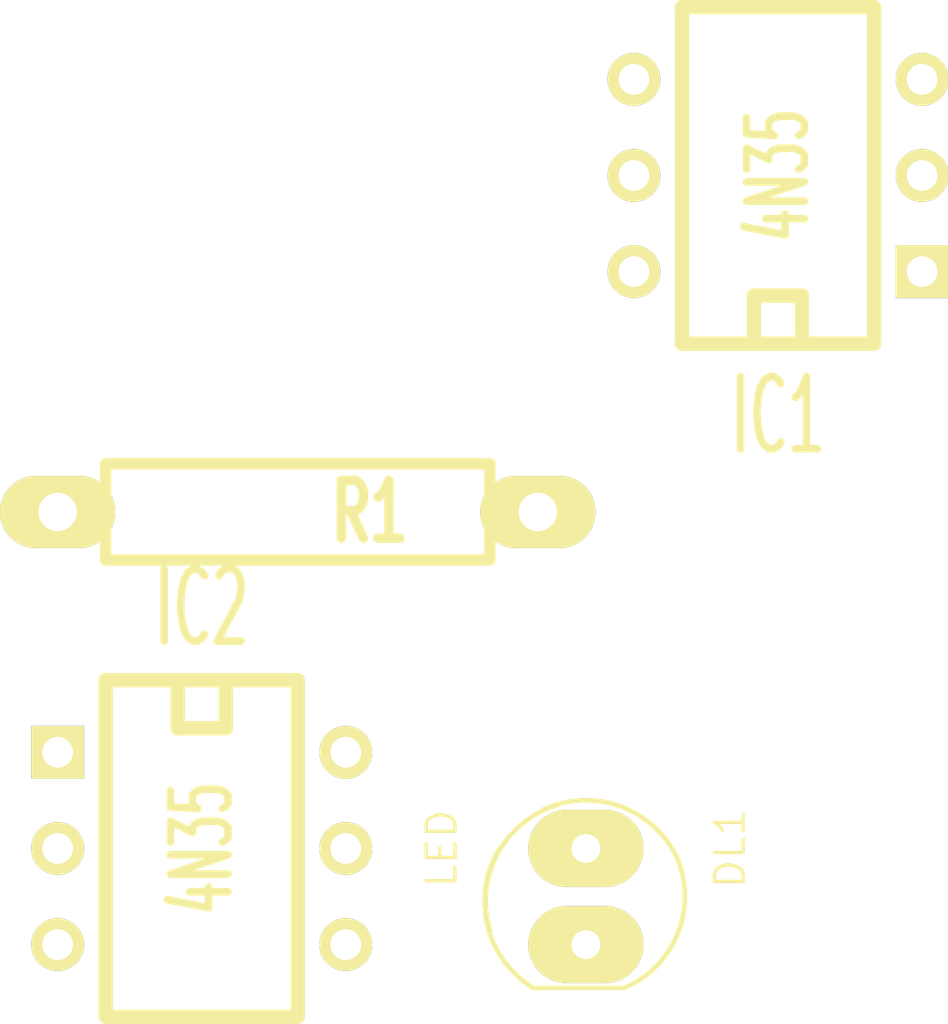
<source format=kicad_pcb>
(kicad_pcb (version 3) (host pcbnew "(2013-07-07 BZR 4022)-stable")

  (general
    (links 2)
    (no_connects 2)
    (area 0 0 0 0)
    (thickness 1.6)
    (drawings 0)
    (tracks 0)
    (zones 0)
    (modules 4)
    (nets 7)
  )

  (page A3)
  (layers
    (15 F.Cu signal)
    (0 B.Cu signal)
    (16 B.Adhes user)
    (17 F.Adhes user)
    (18 B.Paste user)
    (19 F.Paste user)
    (20 B.SilkS user)
    (21 F.SilkS user)
    (22 B.Mask user)
    (23 F.Mask user)
    (24 Dwgs.User user)
    (25 Cmts.User user)
    (26 Eco1.User user)
    (27 Eco2.User user)
    (28 Edge.Cuts user)
  )

  (setup
    (last_trace_width 0.254)
    (trace_clearance 0.254)
    (zone_clearance 0.508)
    (zone_45_only no)
    (trace_min 0.254)
    (segment_width 0.2)
    (edge_width 0.1)
    (via_size 0.889)
    (via_drill 0.635)
    (via_min_size 0.889)
    (via_min_drill 0.508)
    (uvia_size 0.508)
    (uvia_drill 0.127)
    (uvias_allowed no)
    (uvia_min_size 0.508)
    (uvia_min_drill 0.127)
    (pcb_text_width 0.3)
    (pcb_text_size 1.5 1.5)
    (mod_edge_width 0.15)
    (mod_text_size 1 1)
    (mod_text_width 0.15)
    (pad_size 1.524 2.54)
    (pad_drill 0.762)
    (pad_to_mask_clearance 0)
    (aux_axis_origin 0 0)
    (visible_elements 7FFFFFFF)
    (pcbplotparams
      (layerselection 3178497)
      (usegerberextensions true)
      (excludeedgelayer true)
      (linewidth 0.150000)
      (plotframeref false)
      (viasonmask false)
      (mode 1)
      (useauxorigin false)
      (hpglpennumber 1)
      (hpglpenspeed 20)
      (hpglpendiameter 15)
      (hpglpenoverlay 2)
      (psnegative false)
      (psa4output false)
      (plotreference true)
      (plotvalue true)
      (plotothertext true)
      (plotinvisibletext false)
      (padsonsilk false)
      (subtractmaskfromsilk false)
      (outputformat 1)
      (mirror false)
      (drillshape 1)
      (scaleselection 1)
      (outputdirectory ""))
  )

  (net 0 "")
  (net 1 +24V)
  (net 2 /c1)
  (net 3 /c2)
  (net 4 GNDA)
  (net 5 N-0000013)
  (net 6 N-0000024)

  (net_class Default "This is the default net class."
    (clearance 0.254)
    (trace_width 0.254)
    (via_dia 0.889)
    (via_drill 0.635)
    (uvia_dia 0.508)
    (uvia_drill 0.127)
    (add_net "")
    (add_net +24V)
    (add_net /c1)
    (add_net /c2)
    (add_net GNDA)
    (add_net N-0000013)
    (add_net N-0000024)
  )

  (module LnRes-500 (layer F.Cu) (tedit 549DC438) (tstamp 54E19A45)
    (at 95.25 64.77 180)
    (descr "Diode 5 pas")
    (tags "DIODE DEV")
    (path /54AC23D2)
    (fp_text reference R1 (at 4.445 0 180) (layer F.SilkS)
      (effects (font (size 1.524 1.016) (thickness 0.254)))
    )
    (fp_text value 2K7 (at 8.255 0 180) (layer F.SilkS) hide
      (effects (font (size 1.524 1.016) (thickness 0.254)))
    )
    (fp_line (start 12.7 0) (end 11.43 0) (layer F.SilkS) (width 0.3048))
    (fp_line (start 11.43 0) (end 11.43 -1.27) (layer F.SilkS) (width 0.3048))
    (fp_line (start 11.43 -1.27) (end 1.27 -1.27) (layer F.SilkS) (width 0.3048))
    (fp_line (start 1.27 -1.27) (end 1.27 0) (layer F.SilkS) (width 0.3048))
    (fp_line (start 1.27 0) (end 0 0) (layer F.SilkS) (width 0.3048))
    (fp_line (start 1.27 0) (end 1.27 1.27) (layer F.SilkS) (width 0.3048))
    (fp_line (start 1.27 1.27) (end 11.43 1.27) (layer F.SilkS) (width 0.3048))
    (fp_line (start 11.43 1.27) (end 11.43 0) (layer F.SilkS) (width 0.3048))
    (pad 1 thru_hole oval (at 0 0 270) (size 1.905 3.048) (drill 1.016)
      (layers *.Mask B.Cu F.SilkS)
      (net 6 N-0000024)
    )
    (pad 2 thru_hole oval (at 12.7 0 270) (size 1.905 3.048) (drill 1.016)
      (layers *.Mask B.Cu F.SilkS)
      (net 1 +24V)
    )
    (model discret/diode.wrl
      (at (xyz 0 0 0))
      (scale (xyz 0.5 0.5 0.5))
      (rotate (xyz 0 0 0))
    )
  )

  (module LnLED-5MM (layer F.Cu) (tedit 54A8167D) (tstamp 54E19A50)
    (at 96.52 73.66 270)
    (descr "LED 5mm - Lead pitch 100mil (2,54mm)")
    (tags "LED led 5mm 5MM 100mil 2,54mm")
    (path /54E19639)
    (fp_text reference DL1 (at 0 -3.81 270) (layer F.SilkS)
      (effects (font (size 0.762 0.762) (thickness 0.0889)))
    )
    (fp_text value LED (at 0 3.81 270) (layer F.SilkS)
      (effects (font (size 0.762 0.762) (thickness 0.0889)))
    )
    (fp_line (start 3.683 -1.016) (end 3.683 1.397) (layer F.SilkS) (width 0.127))
    (fp_arc (start 1.397 0) (end 3.683 1.397) (angle 90) (layer F.SilkS) (width 0.127))
    (fp_arc (start 1.397 0) (end 2.159 2.54) (angle 90) (layer F.SilkS) (width 0.127))
    (fp_arc (start 1.397 0) (end -1.016 1.143) (angle 90) (layer F.SilkS) (width 0.127))
    (fp_arc (start 1.27 0) (end 0.254 -2.413) (angle 90) (layer F.SilkS) (width 0.127))
    (pad 1 thru_hole oval (at 0 0 270) (size 2.032 3.048) (drill 0.762)
      (layers *.Mask B.Cu F.SilkS)
      (net 6 N-0000024)
      (die_length 0.762)
    )
    (pad 2 thru_hole oval (at 2.54 0 270) (size 2.032 3.048) (drill 0.762)
      (layers *.Cu *.Mask F.SilkS)
      (net 5 N-0000013)
    )
    (model discret/leds/led5_vertical_verde.wrl
      (at (xyz 0 0 0))
      (scale (xyz 1 1 1))
      (rotate (xyz 0 0 0))
    )
  )

  (module DIP-6__300 (layer F.Cu) (tedit 49DC487C) (tstamp 54E19A61)
    (at 86.36 73.66 270)
    (descr "6 pins DIL package, round pads")
    (tags DIL)
    (path /54B0DAC4)
    (fp_text reference IC2 (at -6.35 0 360) (layer F.SilkS)
      (effects (font (size 1.905 1.016) (thickness 0.2032)))
    )
    (fp_text value 4N35 (at 0 0 270) (layer F.SilkS)
      (effects (font (size 1.524 0.889) (thickness 0.2032)))
    )
    (fp_line (start -4.445 -2.54) (end 4.445 -2.54) (layer F.SilkS) (width 0.381))
    (fp_line (start 4.445 -2.54) (end 4.445 2.54) (layer F.SilkS) (width 0.381))
    (fp_line (start 4.445 2.54) (end -4.445 2.54) (layer F.SilkS) (width 0.381))
    (fp_line (start -4.445 2.54) (end -4.445 -2.54) (layer F.SilkS) (width 0.381))
    (fp_line (start -4.445 -0.635) (end -3.175 -0.635) (layer F.SilkS) (width 0.381))
    (fp_line (start -3.175 -0.635) (end -3.175 0.635) (layer F.SilkS) (width 0.381))
    (fp_line (start -3.175 0.635) (end -4.445 0.635) (layer F.SilkS) (width 0.381))
    (pad 1 thru_hole rect (at -2.54 3.81 270) (size 1.397 1.397) (drill 0.8128)
      (layers *.Cu *.Mask F.SilkS)
    )
    (pad 2 thru_hole circle (at 0 3.81 270) (size 1.397 1.397) (drill 0.8128)
      (layers *.Cu *.Mask F.SilkS)
    )
    (pad 3 thru_hole circle (at 2.54 3.81 270) (size 1.397 1.397) (drill 0.8128)
      (layers *.Cu *.Mask F.SilkS)
    )
    (pad 4 thru_hole circle (at 2.54 -3.81 270) (size 1.397 1.397) (drill 0.8128)
      (layers *.Cu *.Mask F.SilkS)
      (net 4 GNDA)
    )
    (pad 5 thru_hole circle (at 0 -3.81 270) (size 1.397 1.397) (drill 0.8128)
      (layers *.Cu *.Mask F.SilkS)
      (net 3 /c2)
    )
    (pad 6 thru_hole circle (at -2.54 -3.81 270) (size 1.397 1.397) (drill 0.8128)
      (layers *.Cu *.Mask F.SilkS)
    )
    (model dil/dil_6.wrl
      (at (xyz 0 0 0))
      (scale (xyz 1 1 1))
      (rotate (xyz 0 0 0))
    )
  )

  (module DIP-6__300 (layer F.Cu) (tedit 49DC487C) (tstamp 54E19A72)
    (at 101.6 55.88 90)
    (descr "6 pins DIL package, round pads")
    (tags DIL)
    (path /54B0DADB)
    (fp_text reference IC1 (at -6.35 0 180) (layer F.SilkS)
      (effects (font (size 1.905 1.016) (thickness 0.2032)))
    )
    (fp_text value 4N35 (at 0 0 90) (layer F.SilkS)
      (effects (font (size 1.524 0.889) (thickness 0.2032)))
    )
    (fp_line (start -4.445 -2.54) (end 4.445 -2.54) (layer F.SilkS) (width 0.381))
    (fp_line (start 4.445 -2.54) (end 4.445 2.54) (layer F.SilkS) (width 0.381))
    (fp_line (start 4.445 2.54) (end -4.445 2.54) (layer F.SilkS) (width 0.381))
    (fp_line (start -4.445 2.54) (end -4.445 -2.54) (layer F.SilkS) (width 0.381))
    (fp_line (start -4.445 -0.635) (end -3.175 -0.635) (layer F.SilkS) (width 0.381))
    (fp_line (start -3.175 -0.635) (end -3.175 0.635) (layer F.SilkS) (width 0.381))
    (fp_line (start -3.175 0.635) (end -4.445 0.635) (layer F.SilkS) (width 0.381))
    (pad 1 thru_hole rect (at -2.54 3.81 90) (size 1.397 1.397) (drill 0.8128)
      (layers *.Cu *.Mask F.SilkS)
      (net 5 N-0000013)
    )
    (pad 2 thru_hole circle (at 0 3.81 90) (size 1.397 1.397) (drill 0.8128)
      (layers *.Cu *.Mask F.SilkS)
      (net 2 /c1)
    )
    (pad 3 thru_hole circle (at 2.54 3.81 90) (size 1.397 1.397) (drill 0.8128)
      (layers *.Cu *.Mask F.SilkS)
    )
    (pad 4 thru_hole circle (at 2.54 -3.81 90) (size 1.397 1.397) (drill 0.8128)
      (layers *.Cu *.Mask F.SilkS)
    )
    (pad 5 thru_hole circle (at 0 -3.81 90) (size 1.397 1.397) (drill 0.8128)
      (layers *.Cu *.Mask F.SilkS)
    )
    (pad 6 thru_hole circle (at -2.54 -3.81 90) (size 1.397 1.397) (drill 0.8128)
      (layers *.Cu *.Mask F.SilkS)
    )
    (model dil/dil_6.wrl
      (at (xyz 0 0 0))
      (scale (xyz 1 1 1))
      (rotate (xyz 0 0 0))
    )
  )

)

</source>
